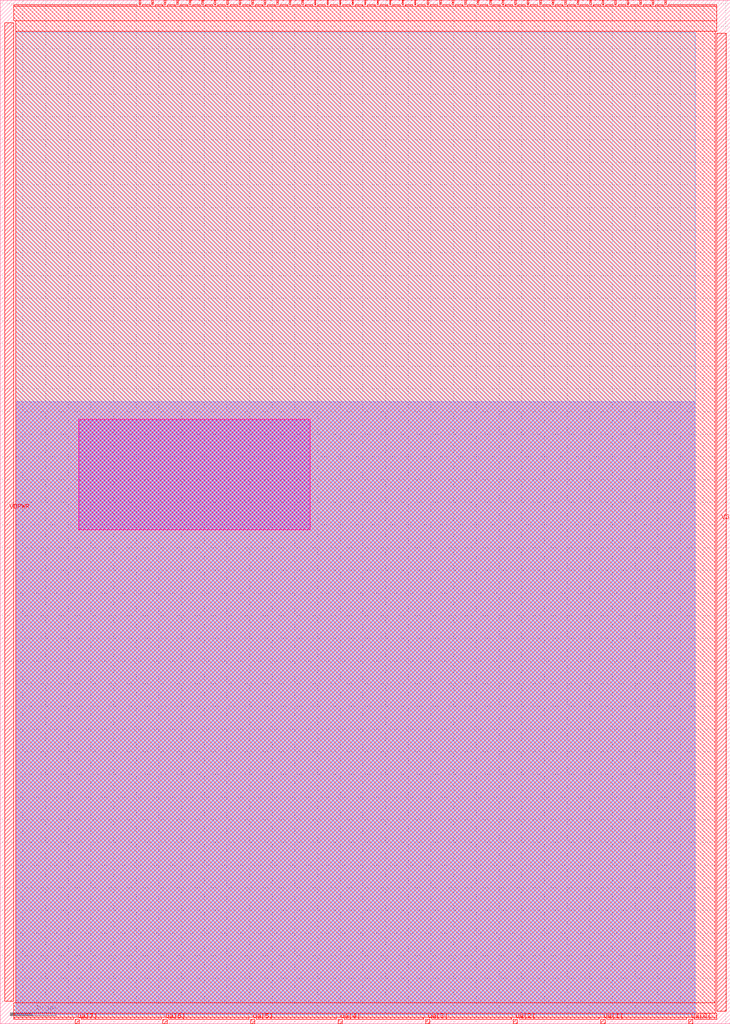
<source format=lef>
VERSION 5.7 ;
  NOWIREEXTENSIONATPIN ON ;
  DIVIDERCHAR "/" ;
  BUSBITCHARS "[]" ;
MACRO tt_um_DAC-mainDL
  CLASS BLOCK ;
  FOREIGN tt_um_DAC-mainDL ;
  ORIGIN 0.000 0.000 ;
  SIZE 161.000 BY 225.760 ;
  PIN clk
    DIRECTION INPUT ;
    USE SIGNAL ;
    PORT
      LAYER met4 ;
        RECT 143.830 224.760 144.130 225.760 ;
    END
  END clk
  PIN ena
    DIRECTION INPUT ;
    USE SIGNAL ;
    PORT
      LAYER met4 ;
        RECT 146.590 224.760 146.890 225.760 ;
    END
  END ena
  PIN rst_n
    DIRECTION INPUT ;
    USE SIGNAL ;
    PORT
      LAYER met4 ;
        RECT 141.070 224.760 141.370 225.760 ;
    END
  END rst_n
  PIN ua[0]
    DIRECTION INOUT ;
    USE SIGNAL ;
    ANTENNADIFFAREA 4.760000 ;
    PORT
      LAYER met4 ;
        RECT 151.810 0.000 152.710 1.000 ;
    END
  END ua[0]
  PIN ua[1]
    DIRECTION INOUT ;
    USE SIGNAL ;
    PORT
      LAYER met4 ;
        RECT 132.490 0.000 133.390 1.000 ;
    END
  END ua[1]
  PIN ua[2]
    DIRECTION INOUT ;
    USE SIGNAL ;
    PORT
      LAYER met4 ;
        RECT 113.170 0.000 114.070 1.000 ;
    END
  END ua[2]
  PIN ua[3]
    DIRECTION INOUT ;
    USE SIGNAL ;
    PORT
      LAYER met4 ;
        RECT 93.850 0.000 94.750 1.000 ;
    END
  END ua[3]
  PIN ua[4]
    DIRECTION INOUT ;
    USE SIGNAL ;
    PORT
      LAYER met4 ;
        RECT 74.530 0.000 75.430 1.000 ;
    END
  END ua[4]
  PIN ua[5]
    DIRECTION INOUT ;
    USE SIGNAL ;
    PORT
      LAYER met4 ;
        RECT 55.210 0.000 56.110 1.000 ;
    END
  END ua[5]
  PIN ua[6]
    DIRECTION INOUT ;
    USE SIGNAL ;
    PORT
      LAYER met4 ;
        RECT 35.890 0.000 36.790 1.000 ;
    END
  END ua[6]
  PIN ua[7]
    DIRECTION INOUT ;
    USE SIGNAL ;
    PORT
      LAYER met4 ;
        RECT 16.570 0.000 17.470 1.000 ;
    END
  END ua[7]
  PIN ui_in[0]
    DIRECTION INPUT ;
    USE SIGNAL ;
    ANTENNAGATEAREA 1.080000 ;
    PORT
      LAYER met4 ;
        RECT 138.310 224.760 138.610 225.760 ;
    END
  END ui_in[0]
  PIN ui_in[1]
    DIRECTION INPUT ;
    USE SIGNAL ;
    ANTENNAGATEAREA 1.080000 ;
    PORT
      LAYER met4 ;
        RECT 135.550 224.760 135.850 225.760 ;
    END
  END ui_in[1]
  PIN ui_in[2]
    DIRECTION INPUT ;
    USE SIGNAL ;
    ANTENNAGATEAREA 1.080000 ;
    PORT
      LAYER met4 ;
        RECT 132.790 224.760 133.090 225.760 ;
    END
  END ui_in[2]
  PIN ui_in[3]
    DIRECTION INPUT ;
    USE SIGNAL ;
    ANTENNAGATEAREA 1.080000 ;
    PORT
      LAYER met4 ;
        RECT 130.030 224.760 130.330 225.760 ;
    END
  END ui_in[3]
  PIN ui_in[4]
    DIRECTION INPUT ;
    USE SIGNAL ;
    ANTENNADIFFAREA 64.836502 ;
    PORT
      LAYER met4 ;
        RECT 127.270 224.760 127.570 225.760 ;
    END
  END ui_in[4]
  PIN ui_in[5]
    DIRECTION INPUT ;
    USE SIGNAL ;
    ANTENNADIFFAREA 64.836502 ;
    PORT
      LAYER met4 ;
        RECT 124.510 224.760 124.810 225.760 ;
    END
  END ui_in[5]
  PIN ui_in[6]
    DIRECTION INPUT ;
    USE SIGNAL ;
    ANTENNADIFFAREA 64.836502 ;
    PORT
      LAYER met4 ;
        RECT 121.750 224.760 122.050 225.760 ;
    END
  END ui_in[6]
  PIN ui_in[7]
    DIRECTION INPUT ;
    USE SIGNAL ;
    ANTENNADIFFAREA 64.836502 ;
    PORT
      LAYER met4 ;
        RECT 118.990 224.760 119.290 225.760 ;
    END
  END ui_in[7]
  PIN uio_in[0]
    DIRECTION INPUT ;
    USE SIGNAL ;
    ANTENNADIFFAREA 64.836502 ;
    PORT
      LAYER met4 ;
        RECT 116.230 224.760 116.530 225.760 ;
    END
  END uio_in[0]
  PIN uio_in[1]
    DIRECTION INPUT ;
    USE SIGNAL ;
    ANTENNADIFFAREA 64.836502 ;
    PORT
      LAYER met4 ;
        RECT 113.470 224.760 113.770 225.760 ;
    END
  END uio_in[1]
  PIN uio_in[2]
    DIRECTION INPUT ;
    USE SIGNAL ;
    ANTENNADIFFAREA 64.836502 ;
    PORT
      LAYER met4 ;
        RECT 110.710 224.760 111.010 225.760 ;
    END
  END uio_in[2]
  PIN uio_in[3]
    DIRECTION INPUT ;
    USE SIGNAL ;
    ANTENNADIFFAREA 64.836502 ;
    PORT
      LAYER met4 ;
        RECT 107.950 224.760 108.250 225.760 ;
    END
  END uio_in[3]
  PIN uio_in[4]
    DIRECTION INPUT ;
    USE SIGNAL ;
    ANTENNADIFFAREA 64.836502 ;
    PORT
      LAYER met4 ;
        RECT 105.190 224.760 105.490 225.760 ;
    END
  END uio_in[4]
  PIN uio_in[5]
    DIRECTION INPUT ;
    USE SIGNAL ;
    ANTENNADIFFAREA 64.836502 ;
    PORT
      LAYER met4 ;
        RECT 102.430 224.760 102.730 225.760 ;
    END
  END uio_in[5]
  PIN uio_in[6]
    DIRECTION INPUT ;
    USE SIGNAL ;
    ANTENNADIFFAREA 64.836502 ;
    PORT
      LAYER met4 ;
        RECT 99.670 224.760 99.970 225.760 ;
    END
  END uio_in[6]
  PIN uio_in[7]
    DIRECTION INPUT ;
    USE SIGNAL ;
    ANTENNADIFFAREA 64.836502 ;
    PORT
      LAYER met4 ;
        RECT 96.910 224.760 97.210 225.760 ;
    END
  END uio_in[7]
  PIN uio_oe[0]
    DIRECTION OUTPUT ;
    USE SIGNAL ;
    ANTENNADIFFAREA 64.836502 ;
    PORT
      LAYER met4 ;
        RECT 49.990 224.760 50.290 225.760 ;
    END
  END uio_oe[0]
  PIN uio_oe[1]
    DIRECTION OUTPUT ;
    USE SIGNAL ;
    ANTENNADIFFAREA 64.836502 ;
    PORT
      LAYER met4 ;
        RECT 47.230 224.760 47.530 225.760 ;
    END
  END uio_oe[1]
  PIN uio_oe[2]
    DIRECTION OUTPUT ;
    USE SIGNAL ;
    ANTENNADIFFAREA 64.836502 ;
    PORT
      LAYER met4 ;
        RECT 44.470 224.760 44.770 225.760 ;
    END
  END uio_oe[2]
  PIN uio_oe[3]
    DIRECTION OUTPUT ;
    USE SIGNAL ;
    ANTENNADIFFAREA 64.836502 ;
    PORT
      LAYER met4 ;
        RECT 41.710 224.760 42.010 225.760 ;
    END
  END uio_oe[3]
  PIN uio_oe[4]
    DIRECTION OUTPUT ;
    USE SIGNAL ;
    ANTENNADIFFAREA 64.836502 ;
    PORT
      LAYER met4 ;
        RECT 38.950 224.760 39.250 225.760 ;
    END
  END uio_oe[4]
  PIN uio_oe[5]
    DIRECTION OUTPUT ;
    USE SIGNAL ;
    ANTENNADIFFAREA 64.836502 ;
    PORT
      LAYER met4 ;
        RECT 36.190 224.760 36.490 225.760 ;
    END
  END uio_oe[5]
  PIN uio_oe[6]
    DIRECTION OUTPUT ;
    USE SIGNAL ;
    ANTENNADIFFAREA 64.836502 ;
    PORT
      LAYER met4 ;
        RECT 33.430 224.760 33.730 225.760 ;
    END
  END uio_oe[6]
  PIN uio_oe[7]
    DIRECTION OUTPUT ;
    USE SIGNAL ;
    ANTENNADIFFAREA 64.836502 ;
    PORT
      LAYER met4 ;
        RECT 30.670 224.760 30.970 225.760 ;
    END
  END uio_oe[7]
  PIN uio_out[0]
    DIRECTION OUTPUT ;
    USE SIGNAL ;
    ANTENNADIFFAREA 64.836502 ;
    PORT
      LAYER met4 ;
        RECT 72.070 224.760 72.370 225.760 ;
    END
  END uio_out[0]
  PIN uio_out[1]
    DIRECTION OUTPUT ;
    USE SIGNAL ;
    ANTENNADIFFAREA 64.836502 ;
    PORT
      LAYER met4 ;
        RECT 69.310 224.760 69.610 225.760 ;
    END
  END uio_out[1]
  PIN uio_out[2]
    DIRECTION OUTPUT ;
    USE SIGNAL ;
    ANTENNADIFFAREA 64.836502 ;
    PORT
      LAYER met4 ;
        RECT 66.550 224.760 66.850 225.760 ;
    END
  END uio_out[2]
  PIN uio_out[3]
    DIRECTION OUTPUT ;
    USE SIGNAL ;
    ANTENNADIFFAREA 64.836502 ;
    PORT
      LAYER met4 ;
        RECT 63.790 224.760 64.090 225.760 ;
    END
  END uio_out[3]
  PIN uio_out[4]
    DIRECTION OUTPUT ;
    USE SIGNAL ;
    ANTENNADIFFAREA 64.836502 ;
    PORT
      LAYER met4 ;
        RECT 61.030 224.760 61.330 225.760 ;
    END
  END uio_out[4]
  PIN uio_out[5]
    DIRECTION OUTPUT ;
    USE SIGNAL ;
    ANTENNADIFFAREA 64.836502 ;
    PORT
      LAYER met4 ;
        RECT 58.270 224.760 58.570 225.760 ;
    END
  END uio_out[5]
  PIN uio_out[6]
    DIRECTION OUTPUT ;
    USE SIGNAL ;
    ANTENNADIFFAREA 64.836502 ;
    PORT
      LAYER met4 ;
        RECT 55.510 224.760 55.810 225.760 ;
    END
  END uio_out[6]
  PIN uio_out[7]
    DIRECTION OUTPUT ;
    USE SIGNAL ;
    ANTENNADIFFAREA 64.836502 ;
    PORT
      LAYER met4 ;
        RECT 52.750 224.760 53.050 225.760 ;
    END
  END uio_out[7]
  PIN uo_out[0]
    DIRECTION OUTPUT ;
    USE SIGNAL ;
    ANTENNADIFFAREA 64.836502 ;
    PORT
      LAYER met4 ;
        RECT 94.150 224.760 94.450 225.760 ;
    END
  END uo_out[0]
  PIN uo_out[1]
    DIRECTION OUTPUT ;
    USE SIGNAL ;
    ANTENNADIFFAREA 64.836502 ;
    PORT
      LAYER met4 ;
        RECT 91.390 224.760 91.690 225.760 ;
    END
  END uo_out[1]
  PIN uo_out[2]
    DIRECTION OUTPUT ;
    USE SIGNAL ;
    ANTENNADIFFAREA 64.836502 ;
    PORT
      LAYER met4 ;
        RECT 88.630 224.760 88.930 225.760 ;
    END
  END uo_out[2]
  PIN uo_out[3]
    DIRECTION OUTPUT ;
    USE SIGNAL ;
    ANTENNADIFFAREA 64.836502 ;
    PORT
      LAYER met4 ;
        RECT 85.870 224.760 86.170 225.760 ;
    END
  END uo_out[3]
  PIN uo_out[4]
    DIRECTION OUTPUT ;
    USE SIGNAL ;
    ANTENNADIFFAREA 64.836502 ;
    PORT
      LAYER met4 ;
        RECT 83.110 224.760 83.410 225.760 ;
    END
  END uo_out[4]
  PIN uo_out[5]
    DIRECTION OUTPUT ;
    USE SIGNAL ;
    ANTENNADIFFAREA 64.836502 ;
    PORT
      LAYER met4 ;
        RECT 80.350 224.760 80.650 225.760 ;
    END
  END uo_out[5]
  PIN uo_out[6]
    DIRECTION OUTPUT ;
    USE SIGNAL ;
    ANTENNADIFFAREA 64.836502 ;
    PORT
      LAYER met4 ;
        RECT 77.590 224.760 77.890 225.760 ;
    END
  END uo_out[6]
  PIN uo_out[7]
    DIRECTION OUTPUT ;
    USE SIGNAL ;
    ANTENNADIFFAREA 64.836502 ;
    PORT
      LAYER met4 ;
        RECT 74.830 224.760 75.130 225.760 ;
    END
  END uo_out[7]
  PIN VDPWR
    DIRECTION INOUT ;
    USE POWER ;
    PORT
      LAYER met4 ;
        RECT 1.000 5.000 3.000 220.760 ;
    END
  END VDPWR
  PIN VGND
    DIRECTION INOUT ;
    USE GROUND ;
    PORT
      LAYER met4 ;
        RECT 158.070 2.710 160.070 218.470 ;
    END
  END VGND
  OBS
      LAYER nwell ;
        RECT 17.260 108.960 68.370 133.320 ;
      LAYER li1 ;
        RECT 17.440 108.960 68.190 133.140 ;
      LAYER met1 ;
        RECT 3.410 2.000 153.320 137.140 ;
      LAYER met2 ;
        RECT 3.460 1.950 153.270 137.190 ;
      LAYER met3 ;
        RECT 3.410 1.975 153.320 218.720 ;
      LAYER met4 ;
        RECT 3.000 224.360 30.270 224.760 ;
        RECT 31.370 224.360 33.030 224.760 ;
        RECT 34.130 224.360 35.790 224.760 ;
        RECT 36.890 224.360 38.550 224.760 ;
        RECT 39.650 224.360 41.310 224.760 ;
        RECT 42.410 224.360 44.070 224.760 ;
        RECT 45.170 224.360 46.830 224.760 ;
        RECT 47.930 224.360 49.590 224.760 ;
        RECT 50.690 224.360 52.350 224.760 ;
        RECT 53.450 224.360 55.110 224.760 ;
        RECT 56.210 224.360 57.870 224.760 ;
        RECT 58.970 224.360 60.630 224.760 ;
        RECT 61.730 224.360 63.390 224.760 ;
        RECT 64.490 224.360 66.150 224.760 ;
        RECT 67.250 224.360 68.910 224.760 ;
        RECT 70.010 224.360 71.670 224.760 ;
        RECT 72.770 224.360 74.430 224.760 ;
        RECT 75.530 224.360 77.190 224.760 ;
        RECT 78.290 224.360 79.950 224.760 ;
        RECT 81.050 224.360 82.710 224.760 ;
        RECT 83.810 224.360 85.470 224.760 ;
        RECT 86.570 224.360 88.230 224.760 ;
        RECT 89.330 224.360 90.990 224.760 ;
        RECT 92.090 224.360 93.750 224.760 ;
        RECT 94.850 224.360 96.510 224.760 ;
        RECT 97.610 224.360 99.270 224.760 ;
        RECT 100.370 224.360 102.030 224.760 ;
        RECT 103.130 224.360 104.790 224.760 ;
        RECT 105.890 224.360 107.550 224.760 ;
        RECT 108.650 224.360 110.310 224.760 ;
        RECT 111.410 224.360 113.070 224.760 ;
        RECT 114.170 224.360 115.830 224.760 ;
        RECT 116.930 224.360 118.590 224.760 ;
        RECT 119.690 224.360 121.350 224.760 ;
        RECT 122.450 224.360 124.110 224.760 ;
        RECT 125.210 224.360 126.870 224.760 ;
        RECT 127.970 224.360 129.630 224.760 ;
        RECT 130.730 224.360 132.390 224.760 ;
        RECT 133.490 224.360 135.150 224.760 ;
        RECT 136.250 224.360 137.910 224.760 ;
        RECT 139.010 224.360 140.670 224.760 ;
        RECT 141.770 224.360 143.430 224.760 ;
        RECT 144.530 224.360 146.190 224.760 ;
        RECT 147.290 224.360 158.070 224.760 ;
        RECT 3.000 221.160 158.070 224.360 ;
        RECT 3.400 218.870 158.070 221.160 ;
        RECT 3.400 4.600 157.670 218.870 ;
        RECT 3.000 2.310 157.670 4.600 ;
        RECT 3.000 1.400 158.070 2.310 ;
        RECT 3.000 1.000 16.170 1.400 ;
        RECT 17.870 1.000 35.490 1.400 ;
        RECT 37.190 1.000 54.810 1.400 ;
        RECT 56.510 1.000 74.130 1.400 ;
        RECT 75.830 1.000 93.450 1.400 ;
        RECT 95.150 1.000 112.770 1.400 ;
        RECT 114.470 1.000 132.090 1.400 ;
        RECT 133.790 1.000 151.410 1.400 ;
        RECT 153.110 1.000 158.070 1.400 ;
  END
END tt_um_DAC-mainDL
END LIBRARY


</source>
